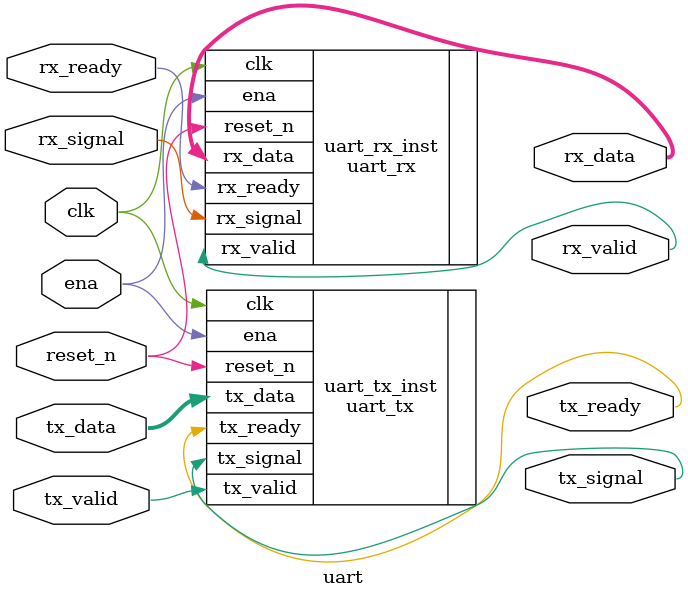
<source format=sv>

module uart 
    #(parameter
        DATA_WIDTH = 8,
        BAUD_RATE = 115_200,
        CLK_FREQ = 50_000_000)
    (
    input logic clk,
    input logic reset_n,
    input logic ena,
    output logic tx_signal,
    input logic [DATA_WIDTH-1:0] tx_data,
    input logic tx_valid,
    output logic tx_ready,
    input logic rx_signal,
    output logic [DATA_WIDTH-1:0] rx_data,
    output logic rx_valid,
    input logic rx_ready
    );

    uart_tx #(DATA_WIDTH, BAUD_RATE, CLK_FREQ)
    uart_tx_inst(
        .tx_signal(tx_signal),
        .tx_data(tx_data),
        .tx_valid(tx_valid),
        .tx_ready(tx_ready),
        .clk(clk),         // clock signal
        .reset_n(reset_n), // active-low reset
        .ena(ena)          // enable signal
    );

    uart_rx #(DATA_WIDTH, BAUD_RATE, CLK_FREQ)
    uart_rx_inst(
        .rx_signal(rx_signal),
        .rx_data(rx_data),
        .rx_valid(rx_valid),
        .rx_ready(rx_ready),
        .clk(clk),         // clock signal
        .reset_n(reset_n), // active-low reset
        .ena(ena)          // enable signal
    );

endmodule
</source>
